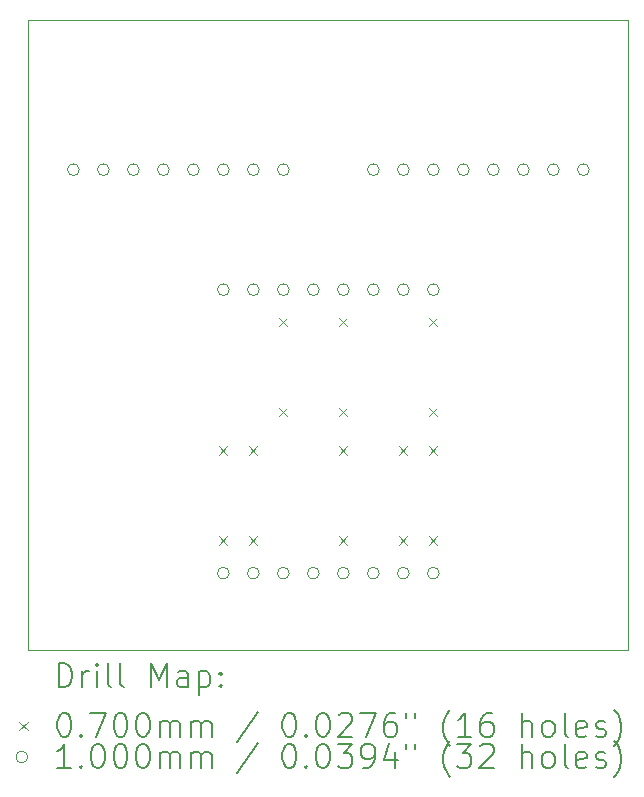
<source format=gbr>
%TF.GenerationSoftware,KiCad,Pcbnew,7.0.10*%
%TF.CreationDate,2024-03-09T15:17:23+01:00*%
%TF.ProjectId,Lamp Matrix Tester,4c616d70-204d-4617-9472-697820546573,1.0*%
%TF.SameCoordinates,Original*%
%TF.FileFunction,Drillmap*%
%TF.FilePolarity,Positive*%
%FSLAX45Y45*%
G04 Gerber Fmt 4.5, Leading zero omitted, Abs format (unit mm)*
G04 Created by KiCad (PCBNEW 7.0.10) date 2024-03-09 15:17:23*
%MOMM*%
%LPD*%
G01*
G04 APERTURE LIST*
%ADD10C,0.100000*%
%ADD11C,0.200000*%
G04 APERTURE END LIST*
D10*
X2286000Y-1524000D02*
X7366000Y-1524000D01*
X7366000Y-6858000D01*
X2286000Y-6858000D01*
X2286000Y-1524000D01*
D11*
D10*
X3902000Y-5137000D02*
X3972000Y-5207000D01*
X3972000Y-5137000D02*
X3902000Y-5207000D01*
X3902000Y-5899000D02*
X3972000Y-5969000D01*
X3972000Y-5899000D02*
X3902000Y-5969000D01*
X4156000Y-5137000D02*
X4226000Y-5207000D01*
X4226000Y-5137000D02*
X4156000Y-5207000D01*
X4156000Y-5899000D02*
X4226000Y-5969000D01*
X4226000Y-5899000D02*
X4156000Y-5969000D01*
X4410000Y-4051000D02*
X4480000Y-4121000D01*
X4480000Y-4051000D02*
X4410000Y-4121000D01*
X4410000Y-4813000D02*
X4480000Y-4883000D01*
X4480000Y-4813000D02*
X4410000Y-4883000D01*
X4918000Y-4051000D02*
X4988000Y-4121000D01*
X4988000Y-4051000D02*
X4918000Y-4121000D01*
X4918000Y-4813000D02*
X4988000Y-4883000D01*
X4988000Y-4813000D02*
X4918000Y-4883000D01*
X4918000Y-5137000D02*
X4988000Y-5207000D01*
X4988000Y-5137000D02*
X4918000Y-5207000D01*
X4918000Y-5899000D02*
X4988000Y-5969000D01*
X4988000Y-5899000D02*
X4918000Y-5969000D01*
X5426000Y-5137000D02*
X5496000Y-5207000D01*
X5496000Y-5137000D02*
X5426000Y-5207000D01*
X5426000Y-5899000D02*
X5496000Y-5969000D01*
X5496000Y-5899000D02*
X5426000Y-5969000D01*
X5680000Y-4051000D02*
X5750000Y-4121000D01*
X5750000Y-4051000D02*
X5680000Y-4121000D01*
X5680000Y-4813000D02*
X5750000Y-4883000D01*
X5750000Y-4813000D02*
X5680000Y-4883000D01*
X5680000Y-5137000D02*
X5750000Y-5207000D01*
X5750000Y-5137000D02*
X5680000Y-5207000D01*
X5680000Y-5899000D02*
X5750000Y-5969000D01*
X5750000Y-5899000D02*
X5680000Y-5969000D01*
X2717000Y-2794000D02*
G75*
G03*
X2617000Y-2794000I-50000J0D01*
G01*
X2617000Y-2794000D02*
G75*
G03*
X2717000Y-2794000I50000J0D01*
G01*
X2971000Y-2794000D02*
G75*
G03*
X2871000Y-2794000I-50000J0D01*
G01*
X2871000Y-2794000D02*
G75*
G03*
X2971000Y-2794000I50000J0D01*
G01*
X3225000Y-2794000D02*
G75*
G03*
X3125000Y-2794000I-50000J0D01*
G01*
X3125000Y-2794000D02*
G75*
G03*
X3225000Y-2794000I50000J0D01*
G01*
X3479000Y-2794000D02*
G75*
G03*
X3379000Y-2794000I-50000J0D01*
G01*
X3379000Y-2794000D02*
G75*
G03*
X3479000Y-2794000I50000J0D01*
G01*
X3733000Y-2794000D02*
G75*
G03*
X3633000Y-2794000I-50000J0D01*
G01*
X3633000Y-2794000D02*
G75*
G03*
X3733000Y-2794000I50000J0D01*
G01*
X3987000Y-2794000D02*
G75*
G03*
X3887000Y-2794000I-50000J0D01*
G01*
X3887000Y-2794000D02*
G75*
G03*
X3987000Y-2794000I50000J0D01*
G01*
X3987000Y-3810000D02*
G75*
G03*
X3887000Y-3810000I-50000J0D01*
G01*
X3887000Y-3810000D02*
G75*
G03*
X3987000Y-3810000I50000J0D01*
G01*
X3987000Y-6210000D02*
G75*
G03*
X3887000Y-6210000I-50000J0D01*
G01*
X3887000Y-6210000D02*
G75*
G03*
X3987000Y-6210000I50000J0D01*
G01*
X4241000Y-2794000D02*
G75*
G03*
X4141000Y-2794000I-50000J0D01*
G01*
X4141000Y-2794000D02*
G75*
G03*
X4241000Y-2794000I50000J0D01*
G01*
X4241000Y-3810000D02*
G75*
G03*
X4141000Y-3810000I-50000J0D01*
G01*
X4141000Y-3810000D02*
G75*
G03*
X4241000Y-3810000I50000J0D01*
G01*
X4241000Y-6210000D02*
G75*
G03*
X4141000Y-6210000I-50000J0D01*
G01*
X4141000Y-6210000D02*
G75*
G03*
X4241000Y-6210000I50000J0D01*
G01*
X4495000Y-2794000D02*
G75*
G03*
X4395000Y-2794000I-50000J0D01*
G01*
X4395000Y-2794000D02*
G75*
G03*
X4495000Y-2794000I50000J0D01*
G01*
X4495000Y-3810000D02*
G75*
G03*
X4395000Y-3810000I-50000J0D01*
G01*
X4395000Y-3810000D02*
G75*
G03*
X4495000Y-3810000I50000J0D01*
G01*
X4495000Y-6210000D02*
G75*
G03*
X4395000Y-6210000I-50000J0D01*
G01*
X4395000Y-6210000D02*
G75*
G03*
X4495000Y-6210000I50000J0D01*
G01*
X4749000Y-3810000D02*
G75*
G03*
X4649000Y-3810000I-50000J0D01*
G01*
X4649000Y-3810000D02*
G75*
G03*
X4749000Y-3810000I50000J0D01*
G01*
X4749000Y-6210000D02*
G75*
G03*
X4649000Y-6210000I-50000J0D01*
G01*
X4649000Y-6210000D02*
G75*
G03*
X4749000Y-6210000I50000J0D01*
G01*
X5003000Y-3810000D02*
G75*
G03*
X4903000Y-3810000I-50000J0D01*
G01*
X4903000Y-3810000D02*
G75*
G03*
X5003000Y-3810000I50000J0D01*
G01*
X5003000Y-6210000D02*
G75*
G03*
X4903000Y-6210000I-50000J0D01*
G01*
X4903000Y-6210000D02*
G75*
G03*
X5003000Y-6210000I50000J0D01*
G01*
X5257000Y-2794000D02*
G75*
G03*
X5157000Y-2794000I-50000J0D01*
G01*
X5157000Y-2794000D02*
G75*
G03*
X5257000Y-2794000I50000J0D01*
G01*
X5257000Y-3810000D02*
G75*
G03*
X5157000Y-3810000I-50000J0D01*
G01*
X5157000Y-3810000D02*
G75*
G03*
X5257000Y-3810000I50000J0D01*
G01*
X5257000Y-6210000D02*
G75*
G03*
X5157000Y-6210000I-50000J0D01*
G01*
X5157000Y-6210000D02*
G75*
G03*
X5257000Y-6210000I50000J0D01*
G01*
X5511000Y-2794000D02*
G75*
G03*
X5411000Y-2794000I-50000J0D01*
G01*
X5411000Y-2794000D02*
G75*
G03*
X5511000Y-2794000I50000J0D01*
G01*
X5511000Y-3810000D02*
G75*
G03*
X5411000Y-3810000I-50000J0D01*
G01*
X5411000Y-3810000D02*
G75*
G03*
X5511000Y-3810000I50000J0D01*
G01*
X5511000Y-6210000D02*
G75*
G03*
X5411000Y-6210000I-50000J0D01*
G01*
X5411000Y-6210000D02*
G75*
G03*
X5511000Y-6210000I50000J0D01*
G01*
X5765000Y-2794000D02*
G75*
G03*
X5665000Y-2794000I-50000J0D01*
G01*
X5665000Y-2794000D02*
G75*
G03*
X5765000Y-2794000I50000J0D01*
G01*
X5765000Y-3810000D02*
G75*
G03*
X5665000Y-3810000I-50000J0D01*
G01*
X5665000Y-3810000D02*
G75*
G03*
X5765000Y-3810000I50000J0D01*
G01*
X5765000Y-6210000D02*
G75*
G03*
X5665000Y-6210000I-50000J0D01*
G01*
X5665000Y-6210000D02*
G75*
G03*
X5765000Y-6210000I50000J0D01*
G01*
X6019000Y-2794000D02*
G75*
G03*
X5919000Y-2794000I-50000J0D01*
G01*
X5919000Y-2794000D02*
G75*
G03*
X6019000Y-2794000I50000J0D01*
G01*
X6273000Y-2794000D02*
G75*
G03*
X6173000Y-2794000I-50000J0D01*
G01*
X6173000Y-2794000D02*
G75*
G03*
X6273000Y-2794000I50000J0D01*
G01*
X6527000Y-2794000D02*
G75*
G03*
X6427000Y-2794000I-50000J0D01*
G01*
X6427000Y-2794000D02*
G75*
G03*
X6527000Y-2794000I50000J0D01*
G01*
X6781000Y-2794000D02*
G75*
G03*
X6681000Y-2794000I-50000J0D01*
G01*
X6681000Y-2794000D02*
G75*
G03*
X6781000Y-2794000I50000J0D01*
G01*
X7035000Y-2794000D02*
G75*
G03*
X6935000Y-2794000I-50000J0D01*
G01*
X6935000Y-2794000D02*
G75*
G03*
X7035000Y-2794000I50000J0D01*
G01*
D11*
X2541777Y-7174484D02*
X2541777Y-6974484D01*
X2541777Y-6974484D02*
X2589396Y-6974484D01*
X2589396Y-6974484D02*
X2617967Y-6984008D01*
X2617967Y-6984008D02*
X2637015Y-7003055D01*
X2637015Y-7003055D02*
X2646539Y-7022103D01*
X2646539Y-7022103D02*
X2656063Y-7060198D01*
X2656063Y-7060198D02*
X2656063Y-7088769D01*
X2656063Y-7088769D02*
X2646539Y-7126865D01*
X2646539Y-7126865D02*
X2637015Y-7145912D01*
X2637015Y-7145912D02*
X2617967Y-7164960D01*
X2617967Y-7164960D02*
X2589396Y-7174484D01*
X2589396Y-7174484D02*
X2541777Y-7174484D01*
X2741777Y-7174484D02*
X2741777Y-7041150D01*
X2741777Y-7079246D02*
X2751301Y-7060198D01*
X2751301Y-7060198D02*
X2760824Y-7050674D01*
X2760824Y-7050674D02*
X2779872Y-7041150D01*
X2779872Y-7041150D02*
X2798920Y-7041150D01*
X2865586Y-7174484D02*
X2865586Y-7041150D01*
X2865586Y-6974484D02*
X2856062Y-6984008D01*
X2856062Y-6984008D02*
X2865586Y-6993531D01*
X2865586Y-6993531D02*
X2875110Y-6984008D01*
X2875110Y-6984008D02*
X2865586Y-6974484D01*
X2865586Y-6974484D02*
X2865586Y-6993531D01*
X2989396Y-7174484D02*
X2970348Y-7164960D01*
X2970348Y-7164960D02*
X2960824Y-7145912D01*
X2960824Y-7145912D02*
X2960824Y-6974484D01*
X3094158Y-7174484D02*
X3075110Y-7164960D01*
X3075110Y-7164960D02*
X3065586Y-7145912D01*
X3065586Y-7145912D02*
X3065586Y-6974484D01*
X3322729Y-7174484D02*
X3322729Y-6974484D01*
X3322729Y-6974484D02*
X3389396Y-7117341D01*
X3389396Y-7117341D02*
X3456062Y-6974484D01*
X3456062Y-6974484D02*
X3456062Y-7174484D01*
X3637015Y-7174484D02*
X3637015Y-7069722D01*
X3637015Y-7069722D02*
X3627491Y-7050674D01*
X3627491Y-7050674D02*
X3608443Y-7041150D01*
X3608443Y-7041150D02*
X3570348Y-7041150D01*
X3570348Y-7041150D02*
X3551301Y-7050674D01*
X3637015Y-7164960D02*
X3617967Y-7174484D01*
X3617967Y-7174484D02*
X3570348Y-7174484D01*
X3570348Y-7174484D02*
X3551301Y-7164960D01*
X3551301Y-7164960D02*
X3541777Y-7145912D01*
X3541777Y-7145912D02*
X3541777Y-7126865D01*
X3541777Y-7126865D02*
X3551301Y-7107817D01*
X3551301Y-7107817D02*
X3570348Y-7098293D01*
X3570348Y-7098293D02*
X3617967Y-7098293D01*
X3617967Y-7098293D02*
X3637015Y-7088769D01*
X3732253Y-7041150D02*
X3732253Y-7241150D01*
X3732253Y-7050674D02*
X3751301Y-7041150D01*
X3751301Y-7041150D02*
X3789396Y-7041150D01*
X3789396Y-7041150D02*
X3808443Y-7050674D01*
X3808443Y-7050674D02*
X3817967Y-7060198D01*
X3817967Y-7060198D02*
X3827491Y-7079246D01*
X3827491Y-7079246D02*
X3827491Y-7136388D01*
X3827491Y-7136388D02*
X3817967Y-7155436D01*
X3817967Y-7155436D02*
X3808443Y-7164960D01*
X3808443Y-7164960D02*
X3789396Y-7174484D01*
X3789396Y-7174484D02*
X3751301Y-7174484D01*
X3751301Y-7174484D02*
X3732253Y-7164960D01*
X3913205Y-7155436D02*
X3922729Y-7164960D01*
X3922729Y-7164960D02*
X3913205Y-7174484D01*
X3913205Y-7174484D02*
X3903682Y-7164960D01*
X3903682Y-7164960D02*
X3913205Y-7155436D01*
X3913205Y-7155436D02*
X3913205Y-7174484D01*
X3913205Y-7050674D02*
X3922729Y-7060198D01*
X3922729Y-7060198D02*
X3913205Y-7069722D01*
X3913205Y-7069722D02*
X3903682Y-7060198D01*
X3903682Y-7060198D02*
X3913205Y-7050674D01*
X3913205Y-7050674D02*
X3913205Y-7069722D01*
D10*
X2211000Y-7468000D02*
X2281000Y-7538000D01*
X2281000Y-7468000D02*
X2211000Y-7538000D01*
D11*
X2579872Y-7394484D02*
X2598920Y-7394484D01*
X2598920Y-7394484D02*
X2617967Y-7404008D01*
X2617967Y-7404008D02*
X2627491Y-7413531D01*
X2627491Y-7413531D02*
X2637015Y-7432579D01*
X2637015Y-7432579D02*
X2646539Y-7470674D01*
X2646539Y-7470674D02*
X2646539Y-7518293D01*
X2646539Y-7518293D02*
X2637015Y-7556388D01*
X2637015Y-7556388D02*
X2627491Y-7575436D01*
X2627491Y-7575436D02*
X2617967Y-7584960D01*
X2617967Y-7584960D02*
X2598920Y-7594484D01*
X2598920Y-7594484D02*
X2579872Y-7594484D01*
X2579872Y-7594484D02*
X2560824Y-7584960D01*
X2560824Y-7584960D02*
X2551301Y-7575436D01*
X2551301Y-7575436D02*
X2541777Y-7556388D01*
X2541777Y-7556388D02*
X2532253Y-7518293D01*
X2532253Y-7518293D02*
X2532253Y-7470674D01*
X2532253Y-7470674D02*
X2541777Y-7432579D01*
X2541777Y-7432579D02*
X2551301Y-7413531D01*
X2551301Y-7413531D02*
X2560824Y-7404008D01*
X2560824Y-7404008D02*
X2579872Y-7394484D01*
X2732253Y-7575436D02*
X2741777Y-7584960D01*
X2741777Y-7584960D02*
X2732253Y-7594484D01*
X2732253Y-7594484D02*
X2722729Y-7584960D01*
X2722729Y-7584960D02*
X2732253Y-7575436D01*
X2732253Y-7575436D02*
X2732253Y-7594484D01*
X2808443Y-7394484D02*
X2941777Y-7394484D01*
X2941777Y-7394484D02*
X2856062Y-7594484D01*
X3056062Y-7394484D02*
X3075110Y-7394484D01*
X3075110Y-7394484D02*
X3094158Y-7404008D01*
X3094158Y-7404008D02*
X3103682Y-7413531D01*
X3103682Y-7413531D02*
X3113205Y-7432579D01*
X3113205Y-7432579D02*
X3122729Y-7470674D01*
X3122729Y-7470674D02*
X3122729Y-7518293D01*
X3122729Y-7518293D02*
X3113205Y-7556388D01*
X3113205Y-7556388D02*
X3103682Y-7575436D01*
X3103682Y-7575436D02*
X3094158Y-7584960D01*
X3094158Y-7584960D02*
X3075110Y-7594484D01*
X3075110Y-7594484D02*
X3056062Y-7594484D01*
X3056062Y-7594484D02*
X3037015Y-7584960D01*
X3037015Y-7584960D02*
X3027491Y-7575436D01*
X3027491Y-7575436D02*
X3017967Y-7556388D01*
X3017967Y-7556388D02*
X3008443Y-7518293D01*
X3008443Y-7518293D02*
X3008443Y-7470674D01*
X3008443Y-7470674D02*
X3017967Y-7432579D01*
X3017967Y-7432579D02*
X3027491Y-7413531D01*
X3027491Y-7413531D02*
X3037015Y-7404008D01*
X3037015Y-7404008D02*
X3056062Y-7394484D01*
X3246539Y-7394484D02*
X3265586Y-7394484D01*
X3265586Y-7394484D02*
X3284634Y-7404008D01*
X3284634Y-7404008D02*
X3294158Y-7413531D01*
X3294158Y-7413531D02*
X3303682Y-7432579D01*
X3303682Y-7432579D02*
X3313205Y-7470674D01*
X3313205Y-7470674D02*
X3313205Y-7518293D01*
X3313205Y-7518293D02*
X3303682Y-7556388D01*
X3303682Y-7556388D02*
X3294158Y-7575436D01*
X3294158Y-7575436D02*
X3284634Y-7584960D01*
X3284634Y-7584960D02*
X3265586Y-7594484D01*
X3265586Y-7594484D02*
X3246539Y-7594484D01*
X3246539Y-7594484D02*
X3227491Y-7584960D01*
X3227491Y-7584960D02*
X3217967Y-7575436D01*
X3217967Y-7575436D02*
X3208443Y-7556388D01*
X3208443Y-7556388D02*
X3198920Y-7518293D01*
X3198920Y-7518293D02*
X3198920Y-7470674D01*
X3198920Y-7470674D02*
X3208443Y-7432579D01*
X3208443Y-7432579D02*
X3217967Y-7413531D01*
X3217967Y-7413531D02*
X3227491Y-7404008D01*
X3227491Y-7404008D02*
X3246539Y-7394484D01*
X3398920Y-7594484D02*
X3398920Y-7461150D01*
X3398920Y-7480198D02*
X3408443Y-7470674D01*
X3408443Y-7470674D02*
X3427491Y-7461150D01*
X3427491Y-7461150D02*
X3456063Y-7461150D01*
X3456063Y-7461150D02*
X3475110Y-7470674D01*
X3475110Y-7470674D02*
X3484634Y-7489722D01*
X3484634Y-7489722D02*
X3484634Y-7594484D01*
X3484634Y-7489722D02*
X3494158Y-7470674D01*
X3494158Y-7470674D02*
X3513205Y-7461150D01*
X3513205Y-7461150D02*
X3541777Y-7461150D01*
X3541777Y-7461150D02*
X3560824Y-7470674D01*
X3560824Y-7470674D02*
X3570348Y-7489722D01*
X3570348Y-7489722D02*
X3570348Y-7594484D01*
X3665586Y-7594484D02*
X3665586Y-7461150D01*
X3665586Y-7480198D02*
X3675110Y-7470674D01*
X3675110Y-7470674D02*
X3694158Y-7461150D01*
X3694158Y-7461150D02*
X3722729Y-7461150D01*
X3722729Y-7461150D02*
X3741777Y-7470674D01*
X3741777Y-7470674D02*
X3751301Y-7489722D01*
X3751301Y-7489722D02*
X3751301Y-7594484D01*
X3751301Y-7489722D02*
X3760824Y-7470674D01*
X3760824Y-7470674D02*
X3779872Y-7461150D01*
X3779872Y-7461150D02*
X3808443Y-7461150D01*
X3808443Y-7461150D02*
X3827491Y-7470674D01*
X3827491Y-7470674D02*
X3837015Y-7489722D01*
X3837015Y-7489722D02*
X3837015Y-7594484D01*
X4227491Y-7384960D02*
X4056063Y-7642103D01*
X4484634Y-7394484D02*
X4503682Y-7394484D01*
X4503682Y-7394484D02*
X4522729Y-7404008D01*
X4522729Y-7404008D02*
X4532253Y-7413531D01*
X4532253Y-7413531D02*
X4541777Y-7432579D01*
X4541777Y-7432579D02*
X4551301Y-7470674D01*
X4551301Y-7470674D02*
X4551301Y-7518293D01*
X4551301Y-7518293D02*
X4541777Y-7556388D01*
X4541777Y-7556388D02*
X4532253Y-7575436D01*
X4532253Y-7575436D02*
X4522729Y-7584960D01*
X4522729Y-7584960D02*
X4503682Y-7594484D01*
X4503682Y-7594484D02*
X4484634Y-7594484D01*
X4484634Y-7594484D02*
X4465587Y-7584960D01*
X4465587Y-7584960D02*
X4456063Y-7575436D01*
X4456063Y-7575436D02*
X4446539Y-7556388D01*
X4446539Y-7556388D02*
X4437015Y-7518293D01*
X4437015Y-7518293D02*
X4437015Y-7470674D01*
X4437015Y-7470674D02*
X4446539Y-7432579D01*
X4446539Y-7432579D02*
X4456063Y-7413531D01*
X4456063Y-7413531D02*
X4465587Y-7404008D01*
X4465587Y-7404008D02*
X4484634Y-7394484D01*
X4637015Y-7575436D02*
X4646539Y-7584960D01*
X4646539Y-7584960D02*
X4637015Y-7594484D01*
X4637015Y-7594484D02*
X4627491Y-7584960D01*
X4627491Y-7584960D02*
X4637015Y-7575436D01*
X4637015Y-7575436D02*
X4637015Y-7594484D01*
X4770348Y-7394484D02*
X4789396Y-7394484D01*
X4789396Y-7394484D02*
X4808444Y-7404008D01*
X4808444Y-7404008D02*
X4817968Y-7413531D01*
X4817968Y-7413531D02*
X4827491Y-7432579D01*
X4827491Y-7432579D02*
X4837015Y-7470674D01*
X4837015Y-7470674D02*
X4837015Y-7518293D01*
X4837015Y-7518293D02*
X4827491Y-7556388D01*
X4827491Y-7556388D02*
X4817968Y-7575436D01*
X4817968Y-7575436D02*
X4808444Y-7584960D01*
X4808444Y-7584960D02*
X4789396Y-7594484D01*
X4789396Y-7594484D02*
X4770348Y-7594484D01*
X4770348Y-7594484D02*
X4751301Y-7584960D01*
X4751301Y-7584960D02*
X4741777Y-7575436D01*
X4741777Y-7575436D02*
X4732253Y-7556388D01*
X4732253Y-7556388D02*
X4722729Y-7518293D01*
X4722729Y-7518293D02*
X4722729Y-7470674D01*
X4722729Y-7470674D02*
X4732253Y-7432579D01*
X4732253Y-7432579D02*
X4741777Y-7413531D01*
X4741777Y-7413531D02*
X4751301Y-7404008D01*
X4751301Y-7404008D02*
X4770348Y-7394484D01*
X4913206Y-7413531D02*
X4922729Y-7404008D01*
X4922729Y-7404008D02*
X4941777Y-7394484D01*
X4941777Y-7394484D02*
X4989396Y-7394484D01*
X4989396Y-7394484D02*
X5008444Y-7404008D01*
X5008444Y-7404008D02*
X5017968Y-7413531D01*
X5017968Y-7413531D02*
X5027491Y-7432579D01*
X5027491Y-7432579D02*
X5027491Y-7451627D01*
X5027491Y-7451627D02*
X5017968Y-7480198D01*
X5017968Y-7480198D02*
X4903682Y-7594484D01*
X4903682Y-7594484D02*
X5027491Y-7594484D01*
X5094158Y-7394484D02*
X5227491Y-7394484D01*
X5227491Y-7394484D02*
X5141777Y-7594484D01*
X5389396Y-7394484D02*
X5351301Y-7394484D01*
X5351301Y-7394484D02*
X5332253Y-7404008D01*
X5332253Y-7404008D02*
X5322729Y-7413531D01*
X5322729Y-7413531D02*
X5303682Y-7442103D01*
X5303682Y-7442103D02*
X5294158Y-7480198D01*
X5294158Y-7480198D02*
X5294158Y-7556388D01*
X5294158Y-7556388D02*
X5303682Y-7575436D01*
X5303682Y-7575436D02*
X5313206Y-7584960D01*
X5313206Y-7584960D02*
X5332253Y-7594484D01*
X5332253Y-7594484D02*
X5370349Y-7594484D01*
X5370349Y-7594484D02*
X5389396Y-7584960D01*
X5389396Y-7584960D02*
X5398920Y-7575436D01*
X5398920Y-7575436D02*
X5408444Y-7556388D01*
X5408444Y-7556388D02*
X5408444Y-7508769D01*
X5408444Y-7508769D02*
X5398920Y-7489722D01*
X5398920Y-7489722D02*
X5389396Y-7480198D01*
X5389396Y-7480198D02*
X5370349Y-7470674D01*
X5370349Y-7470674D02*
X5332253Y-7470674D01*
X5332253Y-7470674D02*
X5313206Y-7480198D01*
X5313206Y-7480198D02*
X5303682Y-7489722D01*
X5303682Y-7489722D02*
X5294158Y-7508769D01*
X5484634Y-7394484D02*
X5484634Y-7432579D01*
X5560825Y-7394484D02*
X5560825Y-7432579D01*
X5856063Y-7670674D02*
X5846539Y-7661150D01*
X5846539Y-7661150D02*
X5827491Y-7632579D01*
X5827491Y-7632579D02*
X5817968Y-7613531D01*
X5817968Y-7613531D02*
X5808444Y-7584960D01*
X5808444Y-7584960D02*
X5798920Y-7537341D01*
X5798920Y-7537341D02*
X5798920Y-7499246D01*
X5798920Y-7499246D02*
X5808444Y-7451627D01*
X5808444Y-7451627D02*
X5817968Y-7423055D01*
X5817968Y-7423055D02*
X5827491Y-7404008D01*
X5827491Y-7404008D02*
X5846539Y-7375436D01*
X5846539Y-7375436D02*
X5856063Y-7365912D01*
X6037015Y-7594484D02*
X5922729Y-7594484D01*
X5979872Y-7594484D02*
X5979872Y-7394484D01*
X5979872Y-7394484D02*
X5960825Y-7423055D01*
X5960825Y-7423055D02*
X5941777Y-7442103D01*
X5941777Y-7442103D02*
X5922729Y-7451627D01*
X6208444Y-7394484D02*
X6170348Y-7394484D01*
X6170348Y-7394484D02*
X6151301Y-7404008D01*
X6151301Y-7404008D02*
X6141777Y-7413531D01*
X6141777Y-7413531D02*
X6122729Y-7442103D01*
X6122729Y-7442103D02*
X6113206Y-7480198D01*
X6113206Y-7480198D02*
X6113206Y-7556388D01*
X6113206Y-7556388D02*
X6122729Y-7575436D01*
X6122729Y-7575436D02*
X6132253Y-7584960D01*
X6132253Y-7584960D02*
X6151301Y-7594484D01*
X6151301Y-7594484D02*
X6189396Y-7594484D01*
X6189396Y-7594484D02*
X6208444Y-7584960D01*
X6208444Y-7584960D02*
X6217968Y-7575436D01*
X6217968Y-7575436D02*
X6227491Y-7556388D01*
X6227491Y-7556388D02*
X6227491Y-7508769D01*
X6227491Y-7508769D02*
X6217968Y-7489722D01*
X6217968Y-7489722D02*
X6208444Y-7480198D01*
X6208444Y-7480198D02*
X6189396Y-7470674D01*
X6189396Y-7470674D02*
X6151301Y-7470674D01*
X6151301Y-7470674D02*
X6132253Y-7480198D01*
X6132253Y-7480198D02*
X6122729Y-7489722D01*
X6122729Y-7489722D02*
X6113206Y-7508769D01*
X6465587Y-7594484D02*
X6465587Y-7394484D01*
X6551301Y-7594484D02*
X6551301Y-7489722D01*
X6551301Y-7489722D02*
X6541777Y-7470674D01*
X6541777Y-7470674D02*
X6522730Y-7461150D01*
X6522730Y-7461150D02*
X6494158Y-7461150D01*
X6494158Y-7461150D02*
X6475110Y-7470674D01*
X6475110Y-7470674D02*
X6465587Y-7480198D01*
X6675110Y-7594484D02*
X6656063Y-7584960D01*
X6656063Y-7584960D02*
X6646539Y-7575436D01*
X6646539Y-7575436D02*
X6637015Y-7556388D01*
X6637015Y-7556388D02*
X6637015Y-7499246D01*
X6637015Y-7499246D02*
X6646539Y-7480198D01*
X6646539Y-7480198D02*
X6656063Y-7470674D01*
X6656063Y-7470674D02*
X6675110Y-7461150D01*
X6675110Y-7461150D02*
X6703682Y-7461150D01*
X6703682Y-7461150D02*
X6722730Y-7470674D01*
X6722730Y-7470674D02*
X6732253Y-7480198D01*
X6732253Y-7480198D02*
X6741777Y-7499246D01*
X6741777Y-7499246D02*
X6741777Y-7556388D01*
X6741777Y-7556388D02*
X6732253Y-7575436D01*
X6732253Y-7575436D02*
X6722730Y-7584960D01*
X6722730Y-7584960D02*
X6703682Y-7594484D01*
X6703682Y-7594484D02*
X6675110Y-7594484D01*
X6856063Y-7594484D02*
X6837015Y-7584960D01*
X6837015Y-7584960D02*
X6827491Y-7565912D01*
X6827491Y-7565912D02*
X6827491Y-7394484D01*
X7008444Y-7584960D02*
X6989396Y-7594484D01*
X6989396Y-7594484D02*
X6951301Y-7594484D01*
X6951301Y-7594484D02*
X6932253Y-7584960D01*
X6932253Y-7584960D02*
X6922730Y-7565912D01*
X6922730Y-7565912D02*
X6922730Y-7489722D01*
X6922730Y-7489722D02*
X6932253Y-7470674D01*
X6932253Y-7470674D02*
X6951301Y-7461150D01*
X6951301Y-7461150D02*
X6989396Y-7461150D01*
X6989396Y-7461150D02*
X7008444Y-7470674D01*
X7008444Y-7470674D02*
X7017968Y-7489722D01*
X7017968Y-7489722D02*
X7017968Y-7508769D01*
X7017968Y-7508769D02*
X6922730Y-7527817D01*
X7094158Y-7584960D02*
X7113206Y-7594484D01*
X7113206Y-7594484D02*
X7151301Y-7594484D01*
X7151301Y-7594484D02*
X7170349Y-7584960D01*
X7170349Y-7584960D02*
X7179872Y-7565912D01*
X7179872Y-7565912D02*
X7179872Y-7556388D01*
X7179872Y-7556388D02*
X7170349Y-7537341D01*
X7170349Y-7537341D02*
X7151301Y-7527817D01*
X7151301Y-7527817D02*
X7122730Y-7527817D01*
X7122730Y-7527817D02*
X7103682Y-7518293D01*
X7103682Y-7518293D02*
X7094158Y-7499246D01*
X7094158Y-7499246D02*
X7094158Y-7489722D01*
X7094158Y-7489722D02*
X7103682Y-7470674D01*
X7103682Y-7470674D02*
X7122730Y-7461150D01*
X7122730Y-7461150D02*
X7151301Y-7461150D01*
X7151301Y-7461150D02*
X7170349Y-7470674D01*
X7246539Y-7670674D02*
X7256063Y-7661150D01*
X7256063Y-7661150D02*
X7275111Y-7632579D01*
X7275111Y-7632579D02*
X7284634Y-7613531D01*
X7284634Y-7613531D02*
X7294158Y-7584960D01*
X7294158Y-7584960D02*
X7303682Y-7537341D01*
X7303682Y-7537341D02*
X7303682Y-7499246D01*
X7303682Y-7499246D02*
X7294158Y-7451627D01*
X7294158Y-7451627D02*
X7284634Y-7423055D01*
X7284634Y-7423055D02*
X7275111Y-7404008D01*
X7275111Y-7404008D02*
X7256063Y-7375436D01*
X7256063Y-7375436D02*
X7246539Y-7365912D01*
D10*
X2281000Y-7767000D02*
G75*
G03*
X2181000Y-7767000I-50000J0D01*
G01*
X2181000Y-7767000D02*
G75*
G03*
X2281000Y-7767000I50000J0D01*
G01*
D11*
X2646539Y-7858484D02*
X2532253Y-7858484D01*
X2589396Y-7858484D02*
X2589396Y-7658484D01*
X2589396Y-7658484D02*
X2570348Y-7687055D01*
X2570348Y-7687055D02*
X2551301Y-7706103D01*
X2551301Y-7706103D02*
X2532253Y-7715627D01*
X2732253Y-7839436D02*
X2741777Y-7848960D01*
X2741777Y-7848960D02*
X2732253Y-7858484D01*
X2732253Y-7858484D02*
X2722729Y-7848960D01*
X2722729Y-7848960D02*
X2732253Y-7839436D01*
X2732253Y-7839436D02*
X2732253Y-7858484D01*
X2865586Y-7658484D02*
X2884634Y-7658484D01*
X2884634Y-7658484D02*
X2903682Y-7668008D01*
X2903682Y-7668008D02*
X2913205Y-7677531D01*
X2913205Y-7677531D02*
X2922729Y-7696579D01*
X2922729Y-7696579D02*
X2932253Y-7734674D01*
X2932253Y-7734674D02*
X2932253Y-7782293D01*
X2932253Y-7782293D02*
X2922729Y-7820388D01*
X2922729Y-7820388D02*
X2913205Y-7839436D01*
X2913205Y-7839436D02*
X2903682Y-7848960D01*
X2903682Y-7848960D02*
X2884634Y-7858484D01*
X2884634Y-7858484D02*
X2865586Y-7858484D01*
X2865586Y-7858484D02*
X2846539Y-7848960D01*
X2846539Y-7848960D02*
X2837015Y-7839436D01*
X2837015Y-7839436D02*
X2827491Y-7820388D01*
X2827491Y-7820388D02*
X2817967Y-7782293D01*
X2817967Y-7782293D02*
X2817967Y-7734674D01*
X2817967Y-7734674D02*
X2827491Y-7696579D01*
X2827491Y-7696579D02*
X2837015Y-7677531D01*
X2837015Y-7677531D02*
X2846539Y-7668008D01*
X2846539Y-7668008D02*
X2865586Y-7658484D01*
X3056062Y-7658484D02*
X3075110Y-7658484D01*
X3075110Y-7658484D02*
X3094158Y-7668008D01*
X3094158Y-7668008D02*
X3103682Y-7677531D01*
X3103682Y-7677531D02*
X3113205Y-7696579D01*
X3113205Y-7696579D02*
X3122729Y-7734674D01*
X3122729Y-7734674D02*
X3122729Y-7782293D01*
X3122729Y-7782293D02*
X3113205Y-7820388D01*
X3113205Y-7820388D02*
X3103682Y-7839436D01*
X3103682Y-7839436D02*
X3094158Y-7848960D01*
X3094158Y-7848960D02*
X3075110Y-7858484D01*
X3075110Y-7858484D02*
X3056062Y-7858484D01*
X3056062Y-7858484D02*
X3037015Y-7848960D01*
X3037015Y-7848960D02*
X3027491Y-7839436D01*
X3027491Y-7839436D02*
X3017967Y-7820388D01*
X3017967Y-7820388D02*
X3008443Y-7782293D01*
X3008443Y-7782293D02*
X3008443Y-7734674D01*
X3008443Y-7734674D02*
X3017967Y-7696579D01*
X3017967Y-7696579D02*
X3027491Y-7677531D01*
X3027491Y-7677531D02*
X3037015Y-7668008D01*
X3037015Y-7668008D02*
X3056062Y-7658484D01*
X3246539Y-7658484D02*
X3265586Y-7658484D01*
X3265586Y-7658484D02*
X3284634Y-7668008D01*
X3284634Y-7668008D02*
X3294158Y-7677531D01*
X3294158Y-7677531D02*
X3303682Y-7696579D01*
X3303682Y-7696579D02*
X3313205Y-7734674D01*
X3313205Y-7734674D02*
X3313205Y-7782293D01*
X3313205Y-7782293D02*
X3303682Y-7820388D01*
X3303682Y-7820388D02*
X3294158Y-7839436D01*
X3294158Y-7839436D02*
X3284634Y-7848960D01*
X3284634Y-7848960D02*
X3265586Y-7858484D01*
X3265586Y-7858484D02*
X3246539Y-7858484D01*
X3246539Y-7858484D02*
X3227491Y-7848960D01*
X3227491Y-7848960D02*
X3217967Y-7839436D01*
X3217967Y-7839436D02*
X3208443Y-7820388D01*
X3208443Y-7820388D02*
X3198920Y-7782293D01*
X3198920Y-7782293D02*
X3198920Y-7734674D01*
X3198920Y-7734674D02*
X3208443Y-7696579D01*
X3208443Y-7696579D02*
X3217967Y-7677531D01*
X3217967Y-7677531D02*
X3227491Y-7668008D01*
X3227491Y-7668008D02*
X3246539Y-7658484D01*
X3398920Y-7858484D02*
X3398920Y-7725150D01*
X3398920Y-7744198D02*
X3408443Y-7734674D01*
X3408443Y-7734674D02*
X3427491Y-7725150D01*
X3427491Y-7725150D02*
X3456063Y-7725150D01*
X3456063Y-7725150D02*
X3475110Y-7734674D01*
X3475110Y-7734674D02*
X3484634Y-7753722D01*
X3484634Y-7753722D02*
X3484634Y-7858484D01*
X3484634Y-7753722D02*
X3494158Y-7734674D01*
X3494158Y-7734674D02*
X3513205Y-7725150D01*
X3513205Y-7725150D02*
X3541777Y-7725150D01*
X3541777Y-7725150D02*
X3560824Y-7734674D01*
X3560824Y-7734674D02*
X3570348Y-7753722D01*
X3570348Y-7753722D02*
X3570348Y-7858484D01*
X3665586Y-7858484D02*
X3665586Y-7725150D01*
X3665586Y-7744198D02*
X3675110Y-7734674D01*
X3675110Y-7734674D02*
X3694158Y-7725150D01*
X3694158Y-7725150D02*
X3722729Y-7725150D01*
X3722729Y-7725150D02*
X3741777Y-7734674D01*
X3741777Y-7734674D02*
X3751301Y-7753722D01*
X3751301Y-7753722D02*
X3751301Y-7858484D01*
X3751301Y-7753722D02*
X3760824Y-7734674D01*
X3760824Y-7734674D02*
X3779872Y-7725150D01*
X3779872Y-7725150D02*
X3808443Y-7725150D01*
X3808443Y-7725150D02*
X3827491Y-7734674D01*
X3827491Y-7734674D02*
X3837015Y-7753722D01*
X3837015Y-7753722D02*
X3837015Y-7858484D01*
X4227491Y-7648960D02*
X4056063Y-7906103D01*
X4484634Y-7658484D02*
X4503682Y-7658484D01*
X4503682Y-7658484D02*
X4522729Y-7668008D01*
X4522729Y-7668008D02*
X4532253Y-7677531D01*
X4532253Y-7677531D02*
X4541777Y-7696579D01*
X4541777Y-7696579D02*
X4551301Y-7734674D01*
X4551301Y-7734674D02*
X4551301Y-7782293D01*
X4551301Y-7782293D02*
X4541777Y-7820388D01*
X4541777Y-7820388D02*
X4532253Y-7839436D01*
X4532253Y-7839436D02*
X4522729Y-7848960D01*
X4522729Y-7848960D02*
X4503682Y-7858484D01*
X4503682Y-7858484D02*
X4484634Y-7858484D01*
X4484634Y-7858484D02*
X4465587Y-7848960D01*
X4465587Y-7848960D02*
X4456063Y-7839436D01*
X4456063Y-7839436D02*
X4446539Y-7820388D01*
X4446539Y-7820388D02*
X4437015Y-7782293D01*
X4437015Y-7782293D02*
X4437015Y-7734674D01*
X4437015Y-7734674D02*
X4446539Y-7696579D01*
X4446539Y-7696579D02*
X4456063Y-7677531D01*
X4456063Y-7677531D02*
X4465587Y-7668008D01*
X4465587Y-7668008D02*
X4484634Y-7658484D01*
X4637015Y-7839436D02*
X4646539Y-7848960D01*
X4646539Y-7848960D02*
X4637015Y-7858484D01*
X4637015Y-7858484D02*
X4627491Y-7848960D01*
X4627491Y-7848960D02*
X4637015Y-7839436D01*
X4637015Y-7839436D02*
X4637015Y-7858484D01*
X4770348Y-7658484D02*
X4789396Y-7658484D01*
X4789396Y-7658484D02*
X4808444Y-7668008D01*
X4808444Y-7668008D02*
X4817968Y-7677531D01*
X4817968Y-7677531D02*
X4827491Y-7696579D01*
X4827491Y-7696579D02*
X4837015Y-7734674D01*
X4837015Y-7734674D02*
X4837015Y-7782293D01*
X4837015Y-7782293D02*
X4827491Y-7820388D01*
X4827491Y-7820388D02*
X4817968Y-7839436D01*
X4817968Y-7839436D02*
X4808444Y-7848960D01*
X4808444Y-7848960D02*
X4789396Y-7858484D01*
X4789396Y-7858484D02*
X4770348Y-7858484D01*
X4770348Y-7858484D02*
X4751301Y-7848960D01*
X4751301Y-7848960D02*
X4741777Y-7839436D01*
X4741777Y-7839436D02*
X4732253Y-7820388D01*
X4732253Y-7820388D02*
X4722729Y-7782293D01*
X4722729Y-7782293D02*
X4722729Y-7734674D01*
X4722729Y-7734674D02*
X4732253Y-7696579D01*
X4732253Y-7696579D02*
X4741777Y-7677531D01*
X4741777Y-7677531D02*
X4751301Y-7668008D01*
X4751301Y-7668008D02*
X4770348Y-7658484D01*
X4903682Y-7658484D02*
X5027491Y-7658484D01*
X5027491Y-7658484D02*
X4960825Y-7734674D01*
X4960825Y-7734674D02*
X4989396Y-7734674D01*
X4989396Y-7734674D02*
X5008444Y-7744198D01*
X5008444Y-7744198D02*
X5017968Y-7753722D01*
X5017968Y-7753722D02*
X5027491Y-7772769D01*
X5027491Y-7772769D02*
X5027491Y-7820388D01*
X5027491Y-7820388D02*
X5017968Y-7839436D01*
X5017968Y-7839436D02*
X5008444Y-7848960D01*
X5008444Y-7848960D02*
X4989396Y-7858484D01*
X4989396Y-7858484D02*
X4932253Y-7858484D01*
X4932253Y-7858484D02*
X4913206Y-7848960D01*
X4913206Y-7848960D02*
X4903682Y-7839436D01*
X5122729Y-7858484D02*
X5160825Y-7858484D01*
X5160825Y-7858484D02*
X5179872Y-7848960D01*
X5179872Y-7848960D02*
X5189396Y-7839436D01*
X5189396Y-7839436D02*
X5208444Y-7810865D01*
X5208444Y-7810865D02*
X5217968Y-7772769D01*
X5217968Y-7772769D02*
X5217968Y-7696579D01*
X5217968Y-7696579D02*
X5208444Y-7677531D01*
X5208444Y-7677531D02*
X5198920Y-7668008D01*
X5198920Y-7668008D02*
X5179872Y-7658484D01*
X5179872Y-7658484D02*
X5141777Y-7658484D01*
X5141777Y-7658484D02*
X5122729Y-7668008D01*
X5122729Y-7668008D02*
X5113206Y-7677531D01*
X5113206Y-7677531D02*
X5103682Y-7696579D01*
X5103682Y-7696579D02*
X5103682Y-7744198D01*
X5103682Y-7744198D02*
X5113206Y-7763246D01*
X5113206Y-7763246D02*
X5122729Y-7772769D01*
X5122729Y-7772769D02*
X5141777Y-7782293D01*
X5141777Y-7782293D02*
X5179872Y-7782293D01*
X5179872Y-7782293D02*
X5198920Y-7772769D01*
X5198920Y-7772769D02*
X5208444Y-7763246D01*
X5208444Y-7763246D02*
X5217968Y-7744198D01*
X5389396Y-7725150D02*
X5389396Y-7858484D01*
X5341777Y-7648960D02*
X5294158Y-7791817D01*
X5294158Y-7791817D02*
X5417968Y-7791817D01*
X5484634Y-7658484D02*
X5484634Y-7696579D01*
X5560825Y-7658484D02*
X5560825Y-7696579D01*
X5856063Y-7934674D02*
X5846539Y-7925150D01*
X5846539Y-7925150D02*
X5827491Y-7896579D01*
X5827491Y-7896579D02*
X5817968Y-7877531D01*
X5817968Y-7877531D02*
X5808444Y-7848960D01*
X5808444Y-7848960D02*
X5798920Y-7801341D01*
X5798920Y-7801341D02*
X5798920Y-7763246D01*
X5798920Y-7763246D02*
X5808444Y-7715627D01*
X5808444Y-7715627D02*
X5817968Y-7687055D01*
X5817968Y-7687055D02*
X5827491Y-7668008D01*
X5827491Y-7668008D02*
X5846539Y-7639436D01*
X5846539Y-7639436D02*
X5856063Y-7629912D01*
X5913206Y-7658484D02*
X6037015Y-7658484D01*
X6037015Y-7658484D02*
X5970348Y-7734674D01*
X5970348Y-7734674D02*
X5998920Y-7734674D01*
X5998920Y-7734674D02*
X6017968Y-7744198D01*
X6017968Y-7744198D02*
X6027491Y-7753722D01*
X6027491Y-7753722D02*
X6037015Y-7772769D01*
X6037015Y-7772769D02*
X6037015Y-7820388D01*
X6037015Y-7820388D02*
X6027491Y-7839436D01*
X6027491Y-7839436D02*
X6017968Y-7848960D01*
X6017968Y-7848960D02*
X5998920Y-7858484D01*
X5998920Y-7858484D02*
X5941777Y-7858484D01*
X5941777Y-7858484D02*
X5922729Y-7848960D01*
X5922729Y-7848960D02*
X5913206Y-7839436D01*
X6113206Y-7677531D02*
X6122729Y-7668008D01*
X6122729Y-7668008D02*
X6141777Y-7658484D01*
X6141777Y-7658484D02*
X6189396Y-7658484D01*
X6189396Y-7658484D02*
X6208444Y-7668008D01*
X6208444Y-7668008D02*
X6217968Y-7677531D01*
X6217968Y-7677531D02*
X6227491Y-7696579D01*
X6227491Y-7696579D02*
X6227491Y-7715627D01*
X6227491Y-7715627D02*
X6217968Y-7744198D01*
X6217968Y-7744198D02*
X6103682Y-7858484D01*
X6103682Y-7858484D02*
X6227491Y-7858484D01*
X6465587Y-7858484D02*
X6465587Y-7658484D01*
X6551301Y-7858484D02*
X6551301Y-7753722D01*
X6551301Y-7753722D02*
X6541777Y-7734674D01*
X6541777Y-7734674D02*
X6522730Y-7725150D01*
X6522730Y-7725150D02*
X6494158Y-7725150D01*
X6494158Y-7725150D02*
X6475110Y-7734674D01*
X6475110Y-7734674D02*
X6465587Y-7744198D01*
X6675110Y-7858484D02*
X6656063Y-7848960D01*
X6656063Y-7848960D02*
X6646539Y-7839436D01*
X6646539Y-7839436D02*
X6637015Y-7820388D01*
X6637015Y-7820388D02*
X6637015Y-7763246D01*
X6637015Y-7763246D02*
X6646539Y-7744198D01*
X6646539Y-7744198D02*
X6656063Y-7734674D01*
X6656063Y-7734674D02*
X6675110Y-7725150D01*
X6675110Y-7725150D02*
X6703682Y-7725150D01*
X6703682Y-7725150D02*
X6722730Y-7734674D01*
X6722730Y-7734674D02*
X6732253Y-7744198D01*
X6732253Y-7744198D02*
X6741777Y-7763246D01*
X6741777Y-7763246D02*
X6741777Y-7820388D01*
X6741777Y-7820388D02*
X6732253Y-7839436D01*
X6732253Y-7839436D02*
X6722730Y-7848960D01*
X6722730Y-7848960D02*
X6703682Y-7858484D01*
X6703682Y-7858484D02*
X6675110Y-7858484D01*
X6856063Y-7858484D02*
X6837015Y-7848960D01*
X6837015Y-7848960D02*
X6827491Y-7829912D01*
X6827491Y-7829912D02*
X6827491Y-7658484D01*
X7008444Y-7848960D02*
X6989396Y-7858484D01*
X6989396Y-7858484D02*
X6951301Y-7858484D01*
X6951301Y-7858484D02*
X6932253Y-7848960D01*
X6932253Y-7848960D02*
X6922730Y-7829912D01*
X6922730Y-7829912D02*
X6922730Y-7753722D01*
X6922730Y-7753722D02*
X6932253Y-7734674D01*
X6932253Y-7734674D02*
X6951301Y-7725150D01*
X6951301Y-7725150D02*
X6989396Y-7725150D01*
X6989396Y-7725150D02*
X7008444Y-7734674D01*
X7008444Y-7734674D02*
X7017968Y-7753722D01*
X7017968Y-7753722D02*
X7017968Y-7772769D01*
X7017968Y-7772769D02*
X6922730Y-7791817D01*
X7094158Y-7848960D02*
X7113206Y-7858484D01*
X7113206Y-7858484D02*
X7151301Y-7858484D01*
X7151301Y-7858484D02*
X7170349Y-7848960D01*
X7170349Y-7848960D02*
X7179872Y-7829912D01*
X7179872Y-7829912D02*
X7179872Y-7820388D01*
X7179872Y-7820388D02*
X7170349Y-7801341D01*
X7170349Y-7801341D02*
X7151301Y-7791817D01*
X7151301Y-7791817D02*
X7122730Y-7791817D01*
X7122730Y-7791817D02*
X7103682Y-7782293D01*
X7103682Y-7782293D02*
X7094158Y-7763246D01*
X7094158Y-7763246D02*
X7094158Y-7753722D01*
X7094158Y-7753722D02*
X7103682Y-7734674D01*
X7103682Y-7734674D02*
X7122730Y-7725150D01*
X7122730Y-7725150D02*
X7151301Y-7725150D01*
X7151301Y-7725150D02*
X7170349Y-7734674D01*
X7246539Y-7934674D02*
X7256063Y-7925150D01*
X7256063Y-7925150D02*
X7275111Y-7896579D01*
X7275111Y-7896579D02*
X7284634Y-7877531D01*
X7284634Y-7877531D02*
X7294158Y-7848960D01*
X7294158Y-7848960D02*
X7303682Y-7801341D01*
X7303682Y-7801341D02*
X7303682Y-7763246D01*
X7303682Y-7763246D02*
X7294158Y-7715627D01*
X7294158Y-7715627D02*
X7284634Y-7687055D01*
X7284634Y-7687055D02*
X7275111Y-7668008D01*
X7275111Y-7668008D02*
X7256063Y-7639436D01*
X7256063Y-7639436D02*
X7246539Y-7629912D01*
M02*

</source>
